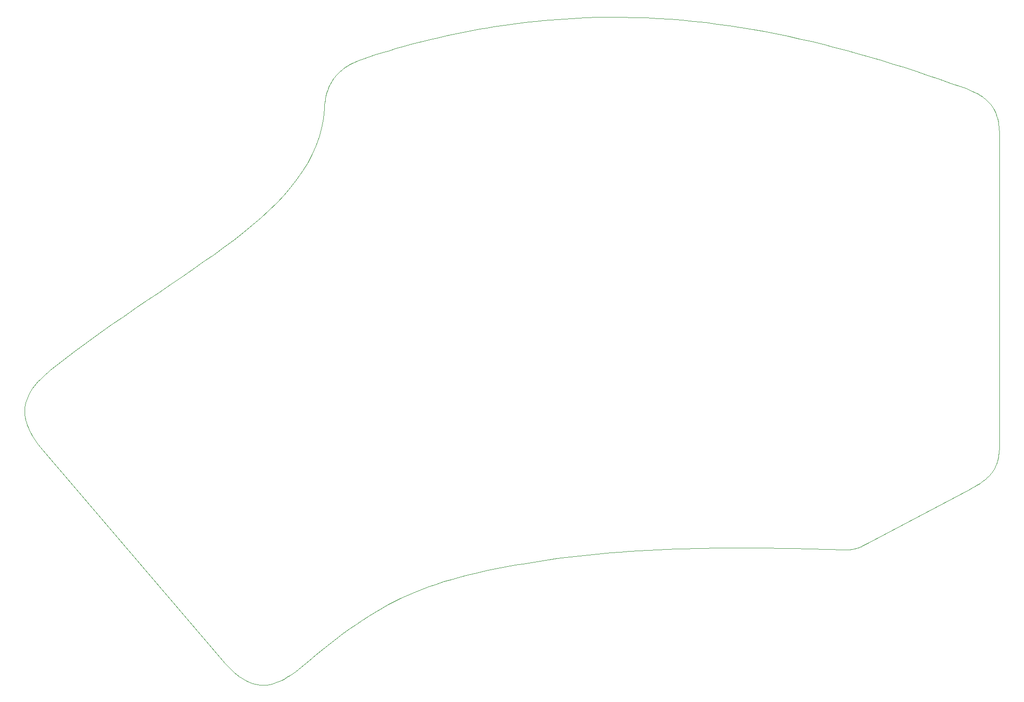
<source format=gbr>
G04 #@! TF.GenerationSoftware,KiCad,Pcbnew,(5.1.9)-1*
G04 #@! TF.CreationDate,2021-01-29T17:36:36+01:00*
G04 #@! TF.ProjectId,Mathias_ergo,4d617468-6961-4735-9f65-72676f2e6b69,1.0*
G04 #@! TF.SameCoordinates,Original*
G04 #@! TF.FileFunction,Profile,NP*
%FSLAX46Y46*%
G04 Gerber Fmt 4.6, Leading zero omitted, Abs format (unit mm)*
G04 Created by KiCad (PCBNEW (5.1.9)-1) date 2021-01-29 17:36:36*
%MOMM*%
%LPD*%
G01*
G04 APERTURE LIST*
G04 #@! TA.AperFunction,Profile*
%ADD10C,0.100000*%
G04 #@! TD*
G04 APERTURE END LIST*
D10*
X147312691Y-150041716D02*
X145234683Y-150359203D01*
X145234683Y-150359203D02*
X143242869Y-150680481D01*
X143242869Y-150680481D02*
X141333108Y-151006995D01*
X141333108Y-151006995D02*
X139501260Y-151340190D01*
X139501260Y-151340190D02*
X137743185Y-151681511D01*
X137743185Y-151681511D02*
X136054743Y-152032403D01*
X136054743Y-152032403D02*
X134431793Y-152394311D01*
X134431793Y-152394311D02*
X132870196Y-152768679D01*
X132870196Y-152768679D02*
X131365811Y-153156952D01*
X131365811Y-153156952D02*
X129914499Y-153560576D01*
X129914499Y-153560576D02*
X128512118Y-153980996D01*
X128512118Y-153980996D02*
X127154528Y-154419655D01*
X127154528Y-154419655D02*
X125837591Y-154878000D01*
X125837591Y-154878000D02*
X124557164Y-155357475D01*
X124557164Y-155357475D02*
X123309109Y-155859525D01*
X123309109Y-155859525D02*
X122089285Y-156385595D01*
X122089285Y-156385595D02*
X120893551Y-156937130D01*
X120893551Y-156937130D02*
X119717769Y-157515575D01*
X119717769Y-157515575D02*
X118557796Y-158122374D01*
X118557796Y-158122374D02*
X117409494Y-158758973D01*
X117409494Y-158758973D02*
X116268722Y-159426817D01*
X116268722Y-159426817D02*
X115131340Y-160127350D01*
X115131340Y-160127350D02*
X113993208Y-160862018D01*
X113993208Y-160862018D02*
X112850185Y-161632265D01*
X112850185Y-161632265D02*
X111698132Y-162439536D01*
X111698132Y-162439536D02*
X110532908Y-163285277D01*
X110532908Y-163285277D02*
X109350372Y-164170932D01*
X109350372Y-164170932D02*
X108146386Y-165097945D01*
X108146386Y-165097945D02*
X106916808Y-166067763D01*
X106916808Y-166067763D02*
X105657499Y-167081830D01*
X105657499Y-167081830D02*
X104364318Y-168141590D01*
X104364318Y-168141590D02*
X103033126Y-169248490D01*
X58217175Y-116093680D02*
X60403129Y-114380684D01*
X60403129Y-114380684D02*
X62591839Y-112717460D01*
X62591839Y-112717460D02*
X64778798Y-111100648D01*
X64778798Y-111100648D02*
X66959495Y-109526891D01*
X66959495Y-109526891D02*
X69129422Y-107992831D01*
X69129422Y-107992831D02*
X71284071Y-106495108D01*
X71284071Y-106495108D02*
X73418932Y-105030366D01*
X73418932Y-105030366D02*
X75529498Y-103595246D01*
X75529498Y-103595246D02*
X77611259Y-102186389D01*
X77611259Y-102186389D02*
X79659707Y-100800439D01*
X79659707Y-100800439D02*
X81670333Y-99434035D01*
X81670333Y-99434035D02*
X83638628Y-98083821D01*
X83638628Y-98083821D02*
X85560084Y-96746439D01*
X85560084Y-96746439D02*
X87430191Y-95418529D01*
X87430191Y-95418529D02*
X89244443Y-94096735D01*
X89244443Y-94096735D02*
X90998328Y-92777697D01*
X90998328Y-92777697D02*
X92687340Y-91458058D01*
X92687340Y-91458058D02*
X94306969Y-90134459D01*
X94306969Y-90134459D02*
X95852706Y-88803543D01*
X95852706Y-88803543D02*
X97320043Y-87461951D01*
X97320043Y-87461951D02*
X98704472Y-86106325D01*
X98704472Y-86106325D02*
X100001482Y-84733307D01*
X100001482Y-84733307D02*
X101206567Y-83339539D01*
X101206567Y-83339539D02*
X102315217Y-81921662D01*
X102315217Y-81921662D02*
X103322923Y-80476318D01*
X103322923Y-80476318D02*
X104225176Y-79000150D01*
X104225176Y-79000150D02*
X105017469Y-77489800D01*
X105017469Y-77489800D02*
X105695292Y-75941908D01*
X105695292Y-75941908D02*
X106254136Y-74353117D01*
X106254136Y-74353117D02*
X106689494Y-72720069D01*
X106689494Y-72720069D02*
X106996855Y-71039405D01*
X106996855Y-71039405D02*
X107171713Y-69307768D01*
X89011715Y-168073707D02*
X89444374Y-168568621D01*
X89444374Y-168568621D02*
X89872331Y-169034283D01*
X89872331Y-169034283D02*
X90296090Y-169470662D01*
X90296090Y-169470662D02*
X90716158Y-169877727D01*
X90716158Y-169877727D02*
X91133040Y-170255447D01*
X91133040Y-170255447D02*
X91547243Y-170603791D01*
X91547243Y-170603791D02*
X91959272Y-170922729D01*
X91959272Y-170922729D02*
X92369632Y-171212229D01*
X92369632Y-171212229D02*
X92778831Y-171472260D01*
X92778831Y-171472260D02*
X93187374Y-171702791D01*
X93187374Y-171702791D02*
X93595766Y-171903792D01*
X93595766Y-171903792D02*
X94004513Y-172075232D01*
X94004513Y-172075232D02*
X94414122Y-172217079D01*
X94414122Y-172217079D02*
X94825098Y-172329303D01*
X94825098Y-172329303D02*
X95237947Y-172411873D01*
X95237947Y-172411873D02*
X95653175Y-172464757D01*
X95653175Y-172464757D02*
X96071287Y-172487926D01*
X96071287Y-172487926D02*
X96492790Y-172481347D01*
X96492790Y-172481347D02*
X96918190Y-172444990D01*
X96918190Y-172444990D02*
X97347992Y-172378825D01*
X97347992Y-172378825D02*
X97782702Y-172282820D01*
X97782702Y-172282820D02*
X98222826Y-172156944D01*
X98222826Y-172156944D02*
X98668870Y-172001166D01*
X98668870Y-172001166D02*
X99121340Y-171815456D01*
X99121340Y-171815456D02*
X99580741Y-171599782D01*
X99580741Y-171599782D02*
X100047580Y-171354114D01*
X100047580Y-171354114D02*
X100522362Y-171078421D01*
X100522362Y-171078421D02*
X101005593Y-170772671D01*
X101005593Y-170772671D02*
X101497779Y-170436834D01*
X101497779Y-170436834D02*
X101999426Y-170070878D01*
X101999426Y-170070878D02*
X102511039Y-169674774D01*
X102511039Y-169674774D02*
X103033126Y-169248490D01*
X89011715Y-168073707D02*
X56843758Y-130409868D01*
X58217175Y-116093680D02*
X57710969Y-116508004D01*
X57710969Y-116508004D02*
X57233725Y-116921671D01*
X57233725Y-116921671D02*
X56785537Y-117334959D01*
X56785537Y-117334959D02*
X56366496Y-117748148D01*
X56366496Y-117748148D02*
X55976696Y-118161517D01*
X55976696Y-118161517D02*
X55616229Y-118575345D01*
X55616229Y-118575345D02*
X55285187Y-118989910D01*
X55285187Y-118989910D02*
X54983665Y-119405492D01*
X54983665Y-119405492D02*
X54711753Y-119822369D01*
X54711753Y-119822369D02*
X54469546Y-120240821D01*
X54469546Y-120240821D02*
X54257135Y-120661127D01*
X54257135Y-120661127D02*
X54074614Y-121083566D01*
X54074614Y-121083566D02*
X53922075Y-121508416D01*
X53922075Y-121508416D02*
X53799611Y-121935957D01*
X53799611Y-121935957D02*
X53707315Y-122366467D01*
X53707315Y-122366467D02*
X53645279Y-122800227D01*
X53645279Y-122800227D02*
X53613595Y-123237514D01*
X53613595Y-123237514D02*
X53612358Y-123678607D01*
X53612358Y-123678607D02*
X53641659Y-124123787D01*
X53641659Y-124123787D02*
X53701591Y-124573331D01*
X53701591Y-124573331D02*
X53792247Y-125027519D01*
X53792247Y-125027519D02*
X53913720Y-125486629D01*
X53913720Y-125486629D02*
X54066102Y-125950942D01*
X54066102Y-125950942D02*
X54249486Y-126420735D01*
X54249486Y-126420735D02*
X54463965Y-126896288D01*
X54463965Y-126896288D02*
X54709631Y-127377879D01*
X54709631Y-127377879D02*
X54986577Y-127865789D01*
X54986577Y-127865789D02*
X55294897Y-128360295D01*
X55294897Y-128360295D02*
X55634682Y-128861677D01*
X55634682Y-128861677D02*
X56006025Y-129370214D01*
X56006025Y-129370214D02*
X56409019Y-129886184D01*
X56409019Y-129886184D02*
X56843758Y-130409868D01*
X199379702Y-148260449D02*
X199588569Y-148267282D01*
X199588569Y-148267282D02*
X199789133Y-148272478D01*
X199789133Y-148272478D02*
X199981894Y-148275922D01*
X199981894Y-148275922D02*
X200167353Y-148277500D01*
X200167353Y-148277500D02*
X200346013Y-148277094D01*
X200346013Y-148277094D02*
X200518373Y-148274592D01*
X200518373Y-148274592D02*
X200684936Y-148269877D01*
X200684936Y-148269877D02*
X200846203Y-148262835D01*
X200846203Y-148262835D02*
X201002675Y-148253349D01*
X201002675Y-148253349D02*
X201154854Y-148241307D01*
X201154854Y-148241307D02*
X201303241Y-148226591D01*
X201303241Y-148226591D02*
X201448337Y-148209087D01*
X201448337Y-148209087D02*
X201590644Y-148188680D01*
X201590644Y-148188680D02*
X201730663Y-148165256D01*
X201730663Y-148165256D02*
X201868895Y-148138698D01*
X201868895Y-148138698D02*
X202005842Y-148108891D01*
X202005842Y-148108891D02*
X202142005Y-148075721D01*
X202142005Y-148075721D02*
X202277886Y-148039073D01*
X202277886Y-148039073D02*
X202413985Y-147998831D01*
X202413985Y-147998831D02*
X202550805Y-147954880D01*
X202550805Y-147954880D02*
X202688846Y-147907106D01*
X202688846Y-147907106D02*
X202828610Y-147855392D01*
X202828610Y-147855392D02*
X202970599Y-147799625D01*
X202970599Y-147799625D02*
X203115313Y-147739688D01*
X203115313Y-147739688D02*
X203263254Y-147675467D01*
X203263254Y-147675467D02*
X203414924Y-147606847D01*
X203414924Y-147606847D02*
X203570823Y-147533713D01*
X203570823Y-147533713D02*
X203731453Y-147455949D01*
X203731453Y-147455949D02*
X203897316Y-147373440D01*
X203897316Y-147373440D02*
X204068912Y-147286072D01*
X204068912Y-147286072D02*
X204246743Y-147193729D01*
X204246743Y-147193729D02*
X204431312Y-147096296D01*
X199379702Y-148260449D02*
X197863723Y-148208215D01*
X197863723Y-148208215D02*
X196327623Y-148159286D01*
X196327623Y-148159286D02*
X194772696Y-148114029D01*
X194772696Y-148114029D02*
X193200238Y-148072807D01*
X193200238Y-148072807D02*
X191611544Y-148035987D01*
X191611544Y-148035987D02*
X190007909Y-148003935D01*
X190007909Y-148003935D02*
X188390629Y-147977017D01*
X188390629Y-147977017D02*
X186760999Y-147955596D01*
X186760999Y-147955596D02*
X185120315Y-147940041D01*
X185120315Y-147940041D02*
X183469871Y-147930715D01*
X183469871Y-147930715D02*
X181810963Y-147927984D01*
X181810963Y-147927984D02*
X180144886Y-147932215D01*
X180144886Y-147932215D02*
X178472936Y-147943773D01*
X178472936Y-147943773D02*
X176796407Y-147963023D01*
X176796407Y-147963023D02*
X175116596Y-147990331D01*
X175116596Y-147990331D02*
X173434797Y-148026063D01*
X173434797Y-148026063D02*
X171752306Y-148070584D01*
X171752306Y-148070584D02*
X170070419Y-148124259D01*
X170070419Y-148124259D02*
X168390429Y-148187456D01*
X168390429Y-148187456D02*
X166713633Y-148260538D01*
X166713633Y-148260538D02*
X165041327Y-148343872D01*
X165041327Y-148343872D02*
X163374805Y-148437823D01*
X163374805Y-148437823D02*
X161715362Y-148542757D01*
X161715362Y-148542757D02*
X160064294Y-148659039D01*
X160064294Y-148659039D02*
X158422897Y-148787035D01*
X158422897Y-148787035D02*
X156792465Y-148927112D01*
X156792465Y-148927112D02*
X155174295Y-149079633D01*
X155174295Y-149079633D02*
X153569680Y-149244965D01*
X153569680Y-149244965D02*
X151979917Y-149423474D01*
X151979917Y-149423474D02*
X150406301Y-149615525D01*
X150406301Y-149615525D02*
X148850127Y-149821484D01*
X148850127Y-149821484D02*
X147312691Y-150041716D01*
X113940472Y-60445922D02*
X115140738Y-60044975D01*
X115140738Y-60044975D02*
X116346963Y-59654482D01*
X116346963Y-59654482D02*
X117558855Y-59274491D01*
X117558855Y-59274491D02*
X118776124Y-58905049D01*
X118776124Y-58905049D02*
X119998478Y-58546203D01*
X119998478Y-58546203D02*
X121225625Y-58198000D01*
X121225625Y-58198000D02*
X122457275Y-57860489D01*
X122457275Y-57860489D02*
X123693136Y-57533716D01*
X123693136Y-57533716D02*
X124932916Y-57217728D01*
X124932916Y-57217728D02*
X126176325Y-56912574D01*
X126176325Y-56912574D02*
X127423071Y-56618300D01*
X127423071Y-56618300D02*
X128672862Y-56334954D01*
X128672862Y-56334954D02*
X129925408Y-56062583D01*
X129925408Y-56062583D02*
X131180418Y-55801235D01*
X131180418Y-55801235D02*
X132437599Y-55550956D01*
X132437599Y-55550956D02*
X133696660Y-55311795D01*
X133696660Y-55311795D02*
X134957311Y-55083799D01*
X134957311Y-55083799D02*
X136219260Y-54867015D01*
X136219260Y-54867015D02*
X137482215Y-54661490D01*
X137482215Y-54661490D02*
X138745885Y-54467272D01*
X138745885Y-54467272D02*
X140009980Y-54284409D01*
X140009980Y-54284409D02*
X141274207Y-54112946D01*
X141274207Y-54112946D02*
X142538276Y-53952933D01*
X142538276Y-53952933D02*
X143801895Y-53804416D01*
X143801895Y-53804416D02*
X145064772Y-53667443D01*
X145064772Y-53667443D02*
X146326617Y-53542061D01*
X146326617Y-53542061D02*
X147587138Y-53428318D01*
X147587138Y-53428318D02*
X148846043Y-53326260D01*
X148846043Y-53326260D02*
X150103043Y-53235935D01*
X150103043Y-53235935D02*
X151357844Y-53157391D01*
X151357844Y-53157391D02*
X152610157Y-53090675D01*
X152610157Y-53090675D02*
X153859689Y-53035835D01*
X227963221Y-74905069D02*
X227958733Y-74401605D01*
X227958733Y-74401605D02*
X227945015Y-73917319D01*
X227945015Y-73917319D02*
X227921683Y-73451645D01*
X227921683Y-73451645D02*
X227888353Y-73004013D01*
X227888353Y-73004013D02*
X227844642Y-72573858D01*
X227844642Y-72573858D02*
X227790165Y-72160611D01*
X227790165Y-72160611D02*
X227724540Y-71763705D01*
X227724540Y-71763705D02*
X227647382Y-71382573D01*
X227647382Y-71382573D02*
X227558309Y-71016646D01*
X227558309Y-71016646D02*
X227456935Y-70665357D01*
X227456935Y-70665357D02*
X227342878Y-70328140D01*
X227342878Y-70328140D02*
X227215754Y-70004425D01*
X227215754Y-70004425D02*
X227075180Y-69693647D01*
X227075180Y-69693647D02*
X226920771Y-69395237D01*
X226920771Y-69395237D02*
X226752144Y-69108627D01*
X226752144Y-69108627D02*
X226568915Y-68833251D01*
X226568915Y-68833251D02*
X226370701Y-68568541D01*
X226370701Y-68568541D02*
X226157118Y-68313928D01*
X226157118Y-68313928D02*
X225927783Y-68068847D01*
X225927783Y-68068847D02*
X225682311Y-67832729D01*
X225682311Y-67832729D02*
X225420319Y-67605006D01*
X225420319Y-67605006D02*
X225141424Y-67385112D01*
X225141424Y-67385112D02*
X224845241Y-67172478D01*
X224845241Y-67172478D02*
X224531388Y-66966538D01*
X224531388Y-66966538D02*
X224199480Y-66766723D01*
X224199480Y-66766723D02*
X223849134Y-66572467D01*
X223849134Y-66572467D02*
X223479966Y-66383201D01*
X223479966Y-66383201D02*
X223091593Y-66198358D01*
X223091593Y-66198358D02*
X222683630Y-66017371D01*
X222683630Y-66017371D02*
X222255695Y-65839672D01*
X222255695Y-65839672D02*
X221807403Y-65664694D01*
X221807403Y-65664694D02*
X221338372Y-65491869D01*
X227963221Y-74905069D02*
X227963221Y-128575552D01*
X222657937Y-137405027D02*
X223046187Y-137195153D01*
X223046187Y-137195153D02*
X223416224Y-136987777D01*
X223416224Y-136987777D02*
X223768433Y-136782222D01*
X223768433Y-136782222D02*
X224103200Y-136577813D01*
X224103200Y-136577813D02*
X224420912Y-136373874D01*
X224420912Y-136373874D02*
X224721955Y-136169729D01*
X224721955Y-136169729D02*
X225006714Y-135964702D01*
X225006714Y-135964702D02*
X225275576Y-135758117D01*
X225275576Y-135758117D02*
X225528928Y-135549298D01*
X225528928Y-135549298D02*
X225767155Y-135337570D01*
X225767155Y-135337570D02*
X225990643Y-135122257D01*
X225990643Y-135122257D02*
X226199779Y-134902682D01*
X226199779Y-134902682D02*
X226394950Y-134678171D01*
X226394950Y-134678171D02*
X226576540Y-134448046D01*
X226576540Y-134448046D02*
X226744936Y-134211633D01*
X226744936Y-134211633D02*
X226900525Y-133968256D01*
X226900525Y-133968256D02*
X227043692Y-133717238D01*
X227043692Y-133717238D02*
X227174824Y-133457904D01*
X227174824Y-133457904D02*
X227294306Y-133189577D01*
X227294306Y-133189577D02*
X227402526Y-132911583D01*
X227402526Y-132911583D02*
X227499869Y-132623246D01*
X227499869Y-132623246D02*
X227586722Y-132323888D01*
X227586722Y-132323888D02*
X227663470Y-132012835D01*
X227663470Y-132012835D02*
X227730500Y-131689411D01*
X227730500Y-131689411D02*
X227788197Y-131352940D01*
X227788197Y-131352940D02*
X227836949Y-131002746D01*
X227836949Y-131002746D02*
X227877141Y-130638153D01*
X227877141Y-130638153D02*
X227909159Y-130258485D01*
X227909159Y-130258485D02*
X227933390Y-129863067D01*
X227933390Y-129863067D02*
X227950220Y-129451223D01*
X227950220Y-129451223D02*
X227960035Y-129022276D01*
X227960035Y-129022276D02*
X227963221Y-128575552D01*
X204431312Y-147096296D02*
X222657937Y-137405027D01*
X113940472Y-60445922D02*
X113501138Y-60602418D01*
X113501138Y-60602418D02*
X113079091Y-60767815D01*
X113079091Y-60767815D02*
X112674072Y-60941998D01*
X112674072Y-60941998D02*
X112285822Y-61124855D01*
X112285822Y-61124855D02*
X111914082Y-61316272D01*
X111914082Y-61316272D02*
X111558592Y-61516138D01*
X111558592Y-61516138D02*
X111219095Y-61724338D01*
X111219095Y-61724338D02*
X110895330Y-61940759D01*
X110895330Y-61940759D02*
X110587040Y-62165290D01*
X110587040Y-62165290D02*
X110293965Y-62397817D01*
X110293965Y-62397817D02*
X110015846Y-62638227D01*
X110015846Y-62638227D02*
X109752425Y-62886406D01*
X109752425Y-62886406D02*
X109503442Y-63142243D01*
X109503442Y-63142243D02*
X109268639Y-63405624D01*
X109268639Y-63405624D02*
X109047757Y-63676436D01*
X109047757Y-63676436D02*
X108840536Y-63954567D01*
X108840536Y-63954567D02*
X108646718Y-64239903D01*
X108646718Y-64239903D02*
X108466043Y-64532331D01*
X108466043Y-64532331D02*
X108298254Y-64831738D01*
X108298254Y-64831738D02*
X108143091Y-65138012D01*
X108143091Y-65138012D02*
X108000295Y-65451039D01*
X108000295Y-65451039D02*
X107869606Y-65770707D01*
X107869606Y-65770707D02*
X107750768Y-66096903D01*
X107750768Y-66096903D02*
X107643519Y-66429513D01*
X107643519Y-66429513D02*
X107547602Y-66768425D01*
X107547602Y-66768425D02*
X107462758Y-67113526D01*
X107462758Y-67113526D02*
X107388727Y-67464702D01*
X107388727Y-67464702D02*
X107325250Y-67821841D01*
X107325250Y-67821841D02*
X107272070Y-68184830D01*
X107272070Y-68184830D02*
X107228926Y-68553556D01*
X107228926Y-68553556D02*
X107195560Y-68927906D01*
X107195560Y-68927906D02*
X107171713Y-69307768D01*
X153859689Y-53035835D02*
X156045581Y-52968283D01*
X156045581Y-52968283D02*
X158222419Y-52936802D01*
X158222419Y-52936802D02*
X160390608Y-52940731D01*
X160390608Y-52940731D02*
X162550557Y-52979411D01*
X162550557Y-52979411D02*
X164702674Y-53052181D01*
X164702674Y-53052181D02*
X166847365Y-53158382D01*
X166847365Y-53158382D02*
X168985039Y-53297354D01*
X168985039Y-53297354D02*
X171116103Y-53468436D01*
X171116103Y-53468436D02*
X173240964Y-53670969D01*
X173240964Y-53670969D02*
X175360031Y-53904294D01*
X175360031Y-53904294D02*
X177473710Y-54167749D01*
X177473710Y-54167749D02*
X179582410Y-54460675D01*
X179582410Y-54460675D02*
X181686538Y-54782413D01*
X181686538Y-54782413D02*
X183786501Y-55132302D01*
X183786501Y-55132302D02*
X185882708Y-55509682D01*
X185882708Y-55509682D02*
X187975565Y-55913894D01*
X187975565Y-55913894D02*
X190065481Y-56344277D01*
X190065481Y-56344277D02*
X192152862Y-56800172D01*
X192152862Y-56800172D02*
X194238117Y-57280919D01*
X194238117Y-57280919D02*
X196321653Y-57785857D01*
X196321653Y-57785857D02*
X198403878Y-58314328D01*
X198403878Y-58314328D02*
X200485199Y-58865670D01*
X200485199Y-58865670D02*
X202566024Y-59439224D01*
X202566024Y-59439224D02*
X204646760Y-60034331D01*
X204646760Y-60034331D02*
X206727815Y-60650329D01*
X206727815Y-60650329D02*
X208809597Y-61286560D01*
X208809597Y-61286560D02*
X210892513Y-61942364D01*
X210892513Y-61942364D02*
X212976971Y-62617079D01*
X212976971Y-62617079D02*
X215063378Y-63310048D01*
X215063378Y-63310048D02*
X217152142Y-64020608D01*
X217152142Y-64020608D02*
X219243671Y-64748102D01*
X219243671Y-64748102D02*
X221338372Y-65491869D01*
M02*

</source>
